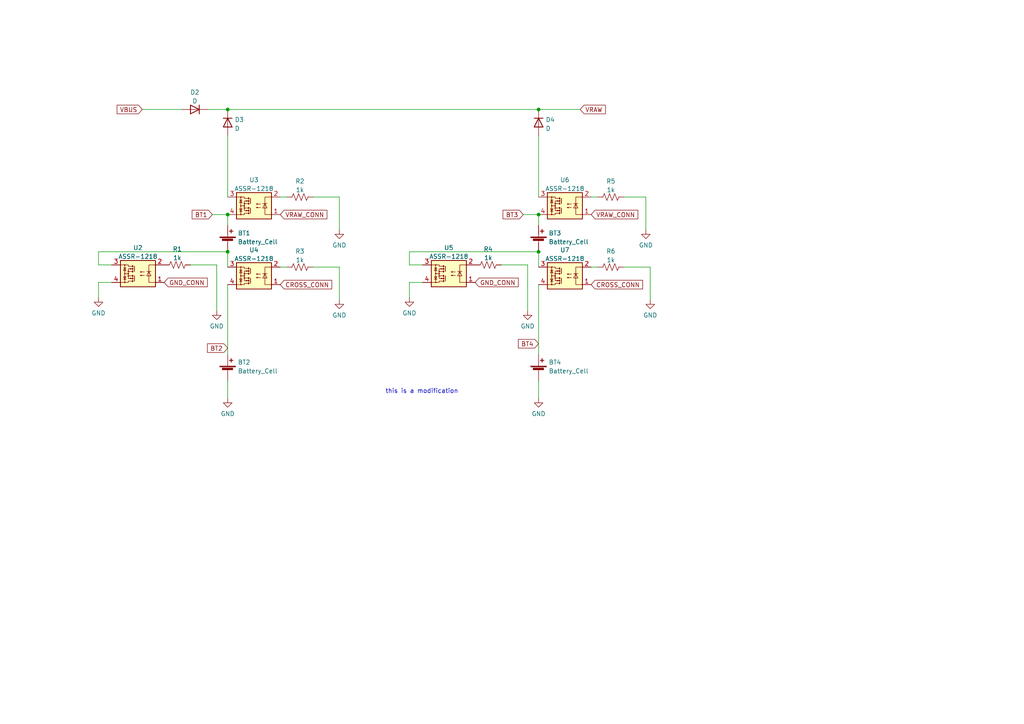
<source format=kicad_sch>
(kicad_sch (version 20211123) (generator eeschema)
  (paper "A4")
  (lib_symbols
    (symbol "Device:Battery_Cell" (pin_numbers hide) (pin_names (offset 0) hide)
      (property "Reference" "BT" (at 2.54 2.54 0))
      (property "Value" "Battery_Cell" (at 2.54 0 0))
      (symbol "Battery_Cell_0_1"
        (rectangle (start -2.286 1.778) (end 2.286 1.524) (fill (type outline)))
        (rectangle (start -1.5748 1.1938) (end 1.4732 0.6858) (fill (type outline)))
        (polyline (pts (xy 0 0.762) (xy 0 0)))
        (polyline (pts (xy 0 1.778) (xy 0 2.54)))
        (polyline (pts (xy 0.508 3.429) (xy 1.524 3.429)) (stroke (width 0.254)))
        (polyline (pts (xy 1.016 3.937) (xy 1.016 2.921)) (stroke (width 0.254)))
      )
      (symbol "Battery_Cell_1_1"
        (pin passive line (at 0 5.08 270) (length 2.54) (name "+") (number "1"))
        (pin passive line (at 0 -2.54 90) (length 2.54) (name "-") (number "2"))
      )
    )
    (symbol "Device:D" (pin_numbers hide) (pin_names (offset 1.016) hide)
      (property "Reference" "D" (at 0 2.54 0))
      (property "Value" "D" (at 0 -2.54 0))
      (symbol "D_0_1"
        (polyline (pts (xy -1.27 1.27) (xy -1.27 -1.27)) (stroke (width 0.254)))
        (polyline (pts (xy 1.27 0) (xy -1.27 0)))
        (polyline (pts (xy 1.27 1.27) (xy 1.27 -1.27) (xy -1.27 0) (xy 1.27 1.27)) (stroke (width 0.254)))
      )
      (symbol "D_1_1"
        (pin passive line (at -3.81 0 0) (length 2.54) (name "K") (number "1"))
        (pin passive line (at 3.81 0 180) (length 2.54) (name "A") (number "2"))
      )
    )
    (symbol "Device:R_US" (pin_numbers hide) (pin_names (offset 0))
      (property "Reference" "R" (at 2.54 0 90))
      (property "Value" "R_US" (at -2.54 0 90))
      (symbol "R_US_0_1"
        (polyline (pts (xy 0 -2.286) (xy 0 -2.54)))
        (polyline (pts (xy 0 2.286) (xy 0 2.54)))
        (polyline (pts (xy 0 -0.762) (xy 1.016 -1.143) (xy 0 -1.524) (xy -1.016 -1.905) (xy 0 -2.286)))
        (polyline (pts (xy 0 0.762) (xy 1.016 0.381) (xy 0 0) (xy -1.016 -0.381) (xy 0 -0.762)))
        (polyline (pts (xy 0 2.286) (xy 1.016 1.905) (xy 0 1.524) (xy -1.016 1.143) (xy 0 0.762)))
      )
      (symbol "R_US_1_1"
        (pin passive line (at 0 3.81 270) (length 1.27) (name "~") (number "1"))
        (pin passive line (at 0 -3.81 90) (length 1.27) (name "~") (number "2"))
      )
    )
    (symbol "Relay_SolidState:ASSR-1218"
      (property "Reference" "U" (at -5.08 5.08 0))
      (property "Value" "ASSR-1218" (at 0 5.08 0))
      (symbol "ASSR-1218_0_1"
        (rectangle (start -5.08 3.81) (end 5.08 -3.81) (stroke (width 0.254)) (fill (type background)))
        (polyline (pts (xy -3.81 -0.635) (xy -2.54 -0.635)))
        (polyline (pts (xy 1.016 -0.635) (xy 1.016 -2.159)) (stroke (width 0.2032)))
        (polyline (pts (xy 1.016 2.159) (xy 1.016 0.635)) (stroke (width 0.2032)))
        (polyline (pts (xy 1.524 -0.508) (xy 1.524 -0.762)) (stroke (width 0.3556)))
        (polyline (pts (xy 2.794 0) (xy 3.81 0)))
        (polyline (pts (xy 3.429 -1.651) (xy 4.191 -1.651)))
        (polyline (pts (xy 3.429 1.651) (xy 4.191 1.651)))
        (polyline (pts (xy 3.81 -2.54) (xy 3.81 2.54)))
        (polyline (pts (xy 1.524 -2.032) (xy 1.524 -2.286) (xy 1.524 -2.286)) (stroke (width 0.3556)))
        (polyline (pts (xy 1.524 -1.27) (xy 1.524 -1.524) (xy 1.524 -1.524)) (stroke (width 0.3556)))
        (polyline (pts (xy 1.524 0.762) (xy 1.524 0.508) (xy 1.524 0.508)) (stroke (width 0.3556)))
        (polyline (pts (xy 1.524 1.524) (xy 1.524 1.27) (xy 1.524 1.27)) (stroke (width 0.3556)))
        (polyline (pts (xy 1.524 2.286) (xy 1.524 2.032) (xy 1.524 2.032)) (stroke (width 0.3556)))
        (polyline (pts (xy 1.651 -1.397) (xy 2.794 -1.397) (xy 2.794 -0.635)))
        (polyline (pts (xy 1.651 1.397) (xy 2.794 1.397) (xy 2.794 0.635)))
        (polyline (pts (xy -5.08 2.54) (xy -3.175 2.54) (xy -3.175 -2.54) (xy -5.08 -2.54)))
        (polyline (pts (xy -3.175 -0.635) (xy -3.81 0.635) (xy -2.54 0.635) (xy -3.175 -0.635)))
        (polyline (pts (xy 1.651 -2.159) (xy 2.794 -2.159) (xy 2.794 -2.54) (xy 5.08 -2.54)))
        (polyline (pts (xy 1.651 -0.635) (xy 2.794 -0.635) (xy 2.794 0.635) (xy 1.651 0.635)))
        (polyline (pts (xy 1.651 2.159) (xy 2.794 2.159) (xy 2.794 2.54) (xy 5.08 2.54)))
        (polyline (pts (xy 1.778 -1.397) (xy 2.286 -1.27) (xy 2.286 -1.524) (xy 1.778 -1.397)))
        (polyline (pts (xy 1.778 1.397) (xy 2.286 1.524) (xy 2.286 1.27) (xy 1.778 1.397)))
        (polyline (pts (xy 3.81 -1.651) (xy 3.429 -0.889) (xy 4.191 -0.889) (xy 3.81 -1.651)))
        (polyline (pts (xy 3.81 1.651) (xy 3.429 0.889) (xy 4.191 0.889) (xy 3.81 1.651)))
        (polyline (pts (xy -1.905 -0.508) (xy -0.635 -0.508) (xy -1.016 -0.635) (xy -1.016 -0.381) (xy -0.635 -0.508)))
        (polyline (pts (xy -1.905 0.508) (xy -0.635 0.508) (xy -1.016 0.381) (xy -1.016 0.635) (xy -0.635 0.508)))
        (circle (center 2.794 -0.635) (radius 0.127))
        (circle (center 2.794 0) (radius 0.127))
        (circle (center 2.794 0.635) (radius 0.127))
        (circle (center 3.81 -2.54) (radius 0.127))
        (circle (center 3.81 0) (radius 0.127))
        (circle (center 3.81 2.54) (radius 0.127))
      )
      (symbol "ASSR-1218_1_1"
        (pin passive line (at -7.62 2.54 0) (length 2.54) (name "~") (number "1"))
        (pin passive line (at -7.62 -2.54 0) (length 2.54) (name "~") (number "2"))
        (pin passive line (at 7.62 -2.54 180) (length 2.54) (name "~") (number "3"))
        (pin passive line (at 7.62 2.54 180) (length 2.54) (name "~") (number "4"))
      )
    )
    (symbol "power:GND" (power) (pin_names (offset 0))
      (property "Value" "GND" (at 0 -3.81 0))
      (symbol "GND_0_1"
        (polyline (pts (xy 0 0) (xy 0 -1.27) (xy 1.27 -1.27) (xy 0 -2.54) (xy -1.27 -1.27) (xy 0 -1.27)))
      )
      (symbol "GND_1_1"
        (pin power_in line (at 0 0 270) (length 0) hide (name "GND") (number "1"))
      )
    )
  )
  (junction (at 156.21 62.23))
  (junction (at 66.04 73.025))
  (junction (at 156.21 73.025))
  (junction (at 66.04 62.23))
  (junction (at 66.04 31.75))
  (junction (at 156.21 31.75))
  (wire (pts (xy 61.595 62.23) (xy 66.04 62.23)))
  (wire (pts (xy 66.04 31.75) (xy 156.21 31.75)))
  (wire (pts (xy 153.035 76.835) (xy 153.035 90.17)))
  (wire (pts (xy 171.45 77.47) (xy 173.355 77.47)))
  (wire (pts (xy 41.275 31.75) (xy 52.705 31.75)))
  (wire (pts (xy 90.805 57.15) (xy 98.425 57.15)))
  (wire (pts (xy 187.325 66.675) (xy 187.325 57.15)))
  (wire (pts (xy 62.865 76.835) (xy 62.865 90.17)))
  (wire (pts (xy 156.21 73.025) (xy 156.21 77.47)))
  (wire (pts (xy 66.04 110.49) (xy 66.04 115.57)))
  (wire (pts (xy 28.575 81.915) (xy 32.385 81.915)))
  (wire (pts (xy 151.765 62.23) (xy 156.21 62.23)))
  (wire (pts (xy 28.575 86.36) (xy 28.575 81.915)))
  (wire (pts (xy 180.975 77.47) (xy 188.595 77.47)))
  (wire (pts (xy 28.575 76.835) (xy 32.385 76.835)))
  (wire (pts (xy 66.04 62.23) (xy 66.04 65.405)))
  (wire (pts (xy 156.21 31.75) (xy 168.275 31.75)))
  (wire (pts (xy 98.425 57.15) (xy 98.425 66.675)))
  (wire (pts (xy 66.04 82.55) (xy 66.04 102.87)))
  (wire (pts (xy 156.21 110.49) (xy 156.21 115.57)))
  (wire (pts (xy 90.805 77.47) (xy 98.425 77.47)))
  (wire (pts (xy 55.245 76.835) (xy 62.865 76.835)))
  (wire (pts (xy 81.28 77.47) (xy 83.185 77.47)))
  (wire (pts (xy 28.575 73.025) (xy 28.575 76.835)))
  (wire (pts (xy 66.04 73.025) (xy 28.575 73.025)))
  (wire (pts (xy 118.745 73.025) (xy 118.745 76.835)))
  (wire (pts (xy 171.45 57.15) (xy 173.355 57.15)))
  (wire (pts (xy 98.425 77.47) (xy 98.425 86.995)))
  (wire (pts (xy 187.325 57.15) (xy 180.975 57.15)))
  (wire (pts (xy 156.21 73.025) (xy 118.745 73.025)))
  (wire (pts (xy 118.745 81.915) (xy 122.555 81.915)))
  (wire (pts (xy 66.04 73.025) (xy 66.04 77.47)))
  (wire (pts (xy 118.745 76.835) (xy 122.555 76.835)))
  (wire (pts (xy 66.04 39.37) (xy 66.04 57.15)))
  (wire (pts (xy 81.28 57.15) (xy 83.185 57.15)))
  (wire (pts (xy 156.21 39.37) (xy 156.21 57.15)))
  (wire (pts (xy 188.595 77.47) (xy 188.595 86.995)))
  (wire (pts (xy 60.325 31.75) (xy 66.04 31.75)))
  (wire (pts (xy 156.21 82.55) (xy 156.21 102.87)))
  (wire (pts (xy 145.415 76.835) (xy 153.035 76.835)))
  (wire (pts (xy 156.21 62.23) (xy 156.21 65.405)))
  (wire (pts (xy 118.745 86.36) (xy 118.745 81.915)))
  (text "this is a modification\n" (at 111.76 114.3 0) (effects (font (size 1.27 1.27)) (justify left bottom)))
  (global_label "VRAW_CONN" (shape input) (at 171.45 62.23 0) (property "Intersheet References" "${INTERSHEET_REFS}" (effects hide)))
  (global_label "BT2" (shape input) (at 66.04 100.965 180) (property "Intersheet References" "${INTERSHEET_REFS}" (effects hide)))
  (global_label "GND_CONN" (shape input) (at 137.795 81.915 0) (property "Intersheet References" "${INTERSHEET_REFS}" (effects hide)))
  (global_label "CROSS_CONN" (shape input) (at 171.45 82.55 0) (property "Intersheet References" "${INTERSHEET_REFS}" (effects hide)))
  (global_label "CROSS_CONN" (shape input) (at 81.28 82.55 0) (property "Intersheet References" "${INTERSHEET_REFS}" (effects hide)))
  (global_label "BT3" (shape input) (at 151.765 62.23 180) (property "Intersheet References" "${INTERSHEET_REFS}" (effects hide)))
  (global_label "VRAW_CONN" (shape input) (at 81.28 62.23 0) (property "Intersheet References" "${INTERSHEET_REFS}" (effects hide)))
  (global_label "GND_CONN" (shape input) (at 47.625 81.915 0) (property "Intersheet References" "${INTERSHEET_REFS}" (effects hide)))
  (global_label "BT4" (shape input) (at 156.21 99.695 180) (property "Intersheet References" "${INTERSHEET_REFS}" (effects hide)))
  (global_label "VRAW" (shape input) (at 168.275 31.75 0) (property "Intersheet References" "${INTERSHEET_REFS}" (effects hide)))
  (global_label "BT1" (shape input) (at 61.595 62.23 180) (property "Intersheet References" "${INTERSHEET_REFS}" (effects hide)))
  (global_label "VBUS" (shape input) (at 41.275 31.75 180) (property "Intersheet References" "${INTERSHEET_REFS}" (effects hide)))
  (symbol (lib_id "power:GND") (at 28.575 86.36 0) (unit 1)
    (property "Reference" "#PWR01" (effects hide))
    (property "Value" "GND" (at 28.575 90.8034 0))
  )
  (symbol (lib_id "power:GND") (at 98.425 66.675 0) (unit 1)
    (property "Reference" "#PWR05" (effects hide))
    (property "Value" "GND" (at 98.425 71.1184 0))
  )
  (symbol (lib_id "power:GND") (at 62.865 90.17 0) (unit 1)
    (property "Reference" "#PWR03" (effects hide))
    (property "Value" "GND" (at 62.865 94.6134 0))
  )
  (symbol (lib_id "Device:Battery_Cell") (at 66.04 107.95 0) (unit 1)
    (property "Reference" "BT2" (at 68.961 105.0833 0) (effects (justify left)))
    (property "Value" "Battery_Cell" (at 68.961 107.6202 0) (effects (justify left)))
    (property "Footprint" "Connector_JST:JST_PH_B2B-PH-K_1x02_P2.00mm_Vertical" (effects hide))
  )
  (symbol (lib_id "power:GND") (at 187.325 66.675 0) (unit 1)
    (property "Reference" "#PWR010" (effects hide))
    (property "Value" "GND" (at 187.325 71.1184 0))
  )
  (symbol (lib_id "Relay_SolidState:ASSR-1218") (at 73.66 59.69 180) (unit 1)
    (property "Reference" "U3" (at 73.66 52.1802 0))
    (property "Value" "ASSR-1218" (at 73.66 54.7171 0))
    (property "Footprint" "Package_SO:SO-4_4.4x4.3mm_P2.54mm" (effects hide))
    (property "Datasheet" "https://docs.broadcom.com/docs/AV02-0173EN" (effects hide))
  )
  (symbol (lib_id "Device:R_US") (at 86.995 77.47 90) (unit 1)
    (property "Reference" "R3" (at 86.995 72.8812 90))
    (property "Value" "1k" (at 86.995 75.4181 90))
    (property "Footprint" "Resistor_SMD:R_0805_2012Metric" (effects hide))
  )
  (symbol (lib_id "Device:D") (at 66.04 35.56 270) (unit 1)
    (property "Reference" "D3" (at 68.072 34.7253 90) (effects (justify left)))
    (property "Value" "D" (at 68.072 37.2622 90) (effects (justify left)))
    (property "Footprint" "Diode_SMD:D_SMA" (effects hide))
  )
  (symbol (lib_id "power:GND") (at 98.425 86.995 0) (unit 1)
    (property "Reference" "#PWR06" (effects hide))
    (property "Value" "GND" (at 98.425 91.4384 0))
  )
  (symbol (lib_id "Device:D") (at 56.515 31.75 180) (unit 1)
    (property "Reference" "D2" (at 56.515 26.7802 0))
    (property "Value" "D" (at 56.515 29.3171 0))
    (property "Footprint" "Diode_SMD:D_SMA" (effects hide))
  )
  (symbol (lib_id "Relay_SolidState:ASSR-1218") (at 130.175 79.375 180) (unit 1)
    (property "Reference" "U5" (at 130.175 71.8652 0))
    (property "Value" "ASSR-1218" (at 130.175 74.4021 0))
    (property "Footprint" "Package_SO:SO-4_4.4x4.3mm_P2.54mm" (effects hide))
    (property "Datasheet" "https://docs.broadcom.com/docs/AV02-0173EN" (effects hide))
  )
  (symbol (lib_id "power:GND") (at 156.21 115.57 0) (unit 1)
    (property "Reference" "#PWR09" (effects hide))
    (property "Value" "GND" (at 156.21 120.0134 0))
  )
  (symbol (lib_id "Device:R_US") (at 141.605 76.835 90) (unit 1)
    (property "Reference" "R4" (at 141.605 72.2462 90))
    (property "Value" "1k" (at 141.605 74.7831 90))
    (property "Footprint" "Resistor_SMD:R_0805_2012Metric" (effects hide))
  )
  (symbol (lib_id "Device:D") (at 156.21 35.56 270) (unit 1)
    (property "Reference" "D4" (at 158.242 34.7253 90) (effects (justify left)))
    (property "Value" "D" (at 158.242 37.2622 90) (effects (justify left)))
    (property "Footprint" "Diode_SMD:D_SMA" (effects hide))
  )
  (symbol (lib_id "Device:Battery_Cell") (at 156.21 70.485 0) (unit 1)
    (property "Reference" "BT3" (at 159.131 67.6183 0) (effects (justify left)))
    (property "Value" "Battery_Cell" (at 159.131 70.1552 0) (effects (justify left)))
    (property "Footprint" "Connector_JST:JST_PH_B2B-PH-K_1x02_P2.00mm_Vertical" (effects hide))
  )
  (symbol (lib_id "Relay_SolidState:ASSR-1218") (at 163.83 59.69 180) (unit 1)
    (property "Reference" "U6" (at 163.83 52.1802 0))
    (property "Value" "ASSR-1218" (at 163.83 54.7171 0))
    (property "Footprint" "Package_SO:SO-4_4.4x4.3mm_P2.54mm" (effects hide))
    (property "Datasheet" "https://docs.broadcom.com/docs/AV02-0173EN" (effects hide))
  )
  (symbol (lib_id "Device:R_US") (at 86.995 57.15 90) (unit 1)
    (property "Reference" "R2" (at 86.995 52.5612 90))
    (property "Value" "1k" (at 86.995 55.0981 90))
    (property "Footprint" "Resistor_SMD:R_0805_2012Metric" (effects hide))
  )
  (symbol (lib_id "Device:R_US") (at 177.165 77.47 90) (unit 1)
    (property "Reference" "R6" (at 177.165 72.8812 90))
    (property "Value" "1k" (at 177.165 75.4181 90))
    (property "Footprint" "Resistor_SMD:R_0805_2012Metric" (effects hide))
  )
  (symbol (lib_id "Device:Battery_Cell") (at 156.21 107.95 0) (unit 1)
    (property "Reference" "BT4" (at 159.131 105.0833 0) (effects (justify left)))
    (property "Value" "Battery_Cell" (at 159.131 107.6202 0) (effects (justify left)))
    (property "Footprint" "Connector_JST:JST_PH_B2B-PH-K_1x02_P2.00mm_Vertical" (effects hide))
  )
  (symbol (lib_id "Relay_SolidState:ASSR-1218") (at 73.66 80.01 180) (unit 1)
    (property "Reference" "U4" (at 73.66 72.5002 0))
    (property "Value" "ASSR-1218" (at 73.66 75.0371 0))
    (property "Footprint" "Package_SO:SO-4_4.4x4.3mm_P2.54mm" (effects hide))
    (property "Datasheet" "https://docs.broadcom.com/docs/AV02-0173EN" (effects hide))
  )
  (symbol (lib_id "Device:Battery_Cell") (at 66.04 70.485 0) (unit 1)
    (property "Reference" "BT1" (at 68.961 67.6183 0) (effects (justify left)))
    (property "Value" "Battery_Cell" (at 68.961 70.1552 0) (effects (justify left)))
    (property "Footprint" "Connector_JST:JST_PH_B2B-PH-K_1x02_P2.00mm_Vertical" (effects hide))
  )
  (symbol (lib_id "Relay_SolidState:ASSR-1218") (at 163.83 80.01 180) (unit 1)
    (property "Reference" "U7" (at 163.83 72.5002 0))
    (property "Value" "ASSR-1218" (at 163.83 75.0371 0))
    (property "Footprint" "Package_SO:SO-4_4.4x4.3mm_P2.54mm" (effects hide))
    (property "Datasheet" "https://docs.broadcom.com/docs/AV02-0173EN" (effects hide))
  )
  (symbol (lib_id "power:GND") (at 153.035 90.17 0) (unit 1)
    (property "Reference" "#PWR08" (effects hide))
    (property "Value" "GND" (at 153.035 94.6134 0))
  )
  (symbol (lib_id "Device:R_US") (at 177.165 57.15 90) (unit 1)
    (property "Reference" "R5" (at 177.165 52.5612 90))
    (property "Value" "1k" (at 177.165 55.0981 90))
    (property "Footprint" "Resistor_SMD:R_0805_2012Metric" (effects hide))
  )
  (symbol (lib_id "power:GND") (at 188.595 86.995 0) (unit 1)
    (property "Reference" "#PWR011" (effects hide))
    (property "Value" "GND" (at 188.595 91.4384 0))
  )
  (symbol (lib_id "Device:R_US") (at 51.435 76.835 90) (unit 1)
    (property "Reference" "R1" (at 51.435 72.2462 90))
    (property "Value" "1k" (at 51.435 74.7831 90))
    (property "Footprint" "Resistor_SMD:R_0805_2012Metric" (effects hide))
  )
  (symbol (lib_id "power:GND") (at 66.04 115.57 0) (unit 1)
    (property "Reference" "#PWR04" (effects hide))
    (property "Value" "GND" (at 66.04 120.0134 0))
  )
  (symbol (lib_id "Relay_SolidState:ASSR-1218") (at 40.005 79.375 180) (unit 1)
    (property "Reference" "U2" (at 40.005 71.8652 0))
    (property "Value" "ASSR-1218" (at 40.005 74.4021 0))
    (property "Footprint" "Package_SO:SO-4_4.4x4.3mm_P2.54mm" (effects hide))
    (property "Datasheet" "https://docs.broadcom.com/docs/AV02-0173EN" (effects hide))
  )
  (symbol (lib_id "power:GND") (at 118.745 86.36 0) (unit 1)
    (property "Reference" "#PWR07" (effects hide))
    (property "Value" "GND" (at 118.745 90.8034 0))
  )
)
</source>
